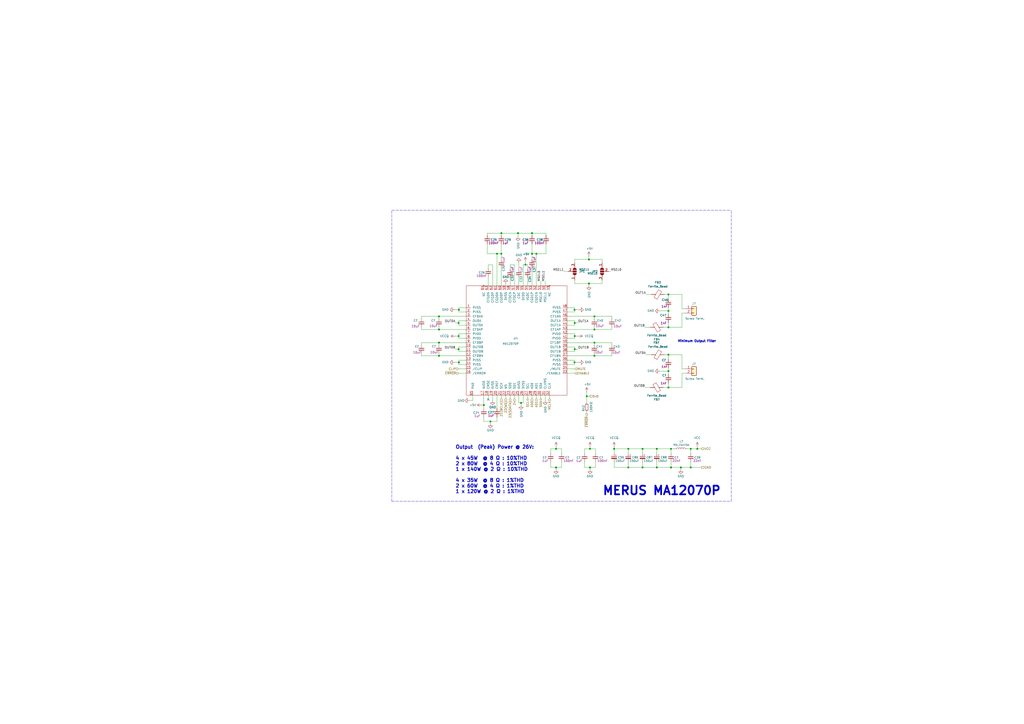
<source format=kicad_sch>
(kicad_sch (version 20211123) (generator eeschema)
  (paper "A2")
  (lib_symbols
    (symbol "Connector_Generic:Conn_01x02" (pin_names (offset 1.016) hide)
      (property "Reference" "J" (at 0 2.54 0))
      (property "Value" "Conn_01x02" (at 0 -5.08 0))
      (symbol "Conn_01x02_1_1"
        (rectangle (start -1.27 -2.413) (end 0 -2.667) (stroke (width 0.1524)))
        (rectangle (start -1.27 0.127) (end 0 -0.127) (stroke (width 0.1524)))
        (rectangle (start -1.27 1.27) (end 1.27 -3.81) (stroke (width 0.254)) (fill (type background)))
        (pin passive line (at -5.08 0 0) (length 3.81) (name "Pin_1") (number "1"))
        (pin passive line (at -5.08 -2.54 0) (length 3.81) (name "Pin_2") (number "2"))
      )
    )
    (symbol "Device:C_Polarized_Small" (pin_numbers hide) (pin_names (offset 0.254) hide)
      (property "Reference" "C" (at 0.254 1.778 0))
      (property "Value" "C_Polarized_Small" (at 0.254 -2.032 0))
      (symbol "C_Polarized_Small_0_1"
        (rectangle (start -1.524 -0.3048) (end 1.524 -0.6858) (fill (type outline)))
        (rectangle (start -1.524 0.6858) (end 1.524 0.3048))
        (polyline (pts (xy -1.27 1.524) (xy -0.762 1.524)))
        (polyline (pts (xy -1.016 1.27) (xy -1.016 1.778)))
      )
      (symbol "C_Polarized_Small_1_1"
        (pin passive line (at 0 2.54 270) (length 1.8542) (name "~") (number "1"))
        (pin passive line (at 0 -2.54 90) (length 1.8542) (name "~") (number "2"))
      )
    )
    (symbol "Device:C_Small" (pin_numbers hide) (pin_names (offset 0.254) hide)
      (property "Reference" "C" (at 0.254 1.778 0))
      (property "Value" "C_Small" (at 0.254 -2.032 0))
      (symbol "C_Small_0_1"
        (polyline (pts (xy -1.524 -0.508) (xy 1.524 -0.508)) (stroke (width 0.3302)))
        (polyline (pts (xy -1.524 0.508) (xy 1.524 0.508)) (stroke (width 0.3048)))
      )
      (symbol "C_Small_1_1"
        (pin passive line (at 0 2.54 270) (length 2.032) (name "~") (number "1"))
        (pin passive line (at 0 -2.54 90) (length 2.032) (name "~") (number "2"))
      )
    )
    (symbol "Device:Ferrite_Bead" (pin_numbers hide) (pin_names (offset 0))
      (property "Reference" "FB" (at -3.81 0.635 90))
      (property "Value" "Device_Ferrite_Bead" (at 3.81 0 90))
      (symbol "Ferrite_Bead_0_1"
        (polyline (pts (xy 0 -1.27) (xy 0 -1.2192)))
        (polyline (pts (xy 0 1.27) (xy 0 1.2954)))
        (polyline (pts (xy -2.7686 0.4064) (xy -1.7018 2.2606) (xy 2.7686 -0.3048) (xy 1.6764 -2.159) (xy -2.7686 0.4064)))
      )
      (symbol "Ferrite_Bead_1_1"
        (pin passive line (at 0 3.81 270) (length 2.54) (name "~") (number "1"))
        (pin passive line (at 0 -3.81 90) (length 2.54) (name "~") (number "2"))
      )
    )
    (symbol "Device:L" (pin_numbers hide) (pin_names (offset 1.016) hide)
      (property "Reference" "L" (at -1.27 0 90))
      (property "Value" "L" (at 1.905 0 90))
      (symbol "L_0_1"
        (arc (start 0 -2.54) (mid 0.635 -1.905) (end 0 -1.27))
        (arc (start 0 -1.27) (mid 0.635 -0.635) (end 0 0))
        (arc (start 0 0) (mid 0.635 0.635) (end 0 1.27))
        (arc (start 0 1.27) (mid 0.635 1.905) (end 0 2.54))
      )
      (symbol "L_1_1"
        (pin passive line (at 0 3.81 270) (length 1.27) (name "1") (number "1"))
        (pin passive line (at 0 -3.81 90) (length 1.27) (name "2") (number "2"))
      )
    )
    (symbol "Device:R_Small" (pin_numbers hide) (pin_names (offset 0.254) hide)
      (property "Reference" "R" (at 0.762 0.508 0))
      (property "Value" "R_Small" (at 0.762 -1.016 0))
      (symbol "R_Small_0_1"
        (rectangle (start -0.762 1.778) (end 0.762 -1.778) (stroke (width 0.2032)))
      )
      (symbol "R_Small_1_1"
        (pin passive line (at 0 2.54 270) (length 0.762) (name "~") (number "1"))
        (pin passive line (at 0 -2.54 90) (length 0.762) (name "~") (number "2"))
      )
    )
    (symbol "Jumper:SolderJumper_3_Open" (pin_names (offset 0) hide)
      (property "Reference" "JP" (at -2.54 -2.54 0))
      (property "Value" "SolderJumper_3_Open" (at 0 2.794 0))
      (symbol "SolderJumper_3_Open_0_1"
        (arc (start -1.016 1.016) (mid -2.032 0) (end -1.016 -1.016))
        (arc (start -1.016 1.016) (mid -2.032 0) (end -1.016 -1.016) (fill (type outline)))
        (rectangle (start -0.508 1.016) (end 0.508 -1.016) (fill (type outline)))
        (polyline (pts (xy -2.54 0) (xy -2.032 0)))
        (polyline (pts (xy -1.016 1.016) (xy -1.016 -1.016)))
        (polyline (pts (xy 0 -1.27) (xy 0 -1.016)))
        (polyline (pts (xy 1.016 1.016) (xy 1.016 -1.016)))
        (polyline (pts (xy 2.54 0) (xy 2.032 0)))
        (arc (start 1.016 -1.016) (mid 2.032 0) (end 1.016 1.016))
        (arc (start 1.016 -1.016) (mid 2.032 0) (end 1.016 1.016) (fill (type outline)))
      )
      (symbol "SolderJumper_3_Open_1_1"
        (pin passive line (at -5.08 0 0) (length 2.54) (name "A") (number "1"))
        (pin passive line (at 0 -3.81 90) (length 2.54) (name "C") (number "2"))
        (pin passive line (at 5.08 0 180) (length 2.54) (name "B") (number "3"))
      )
    )
    (symbol "muVoxSyms:MA12070P" (pin_names (offset 1.016))
      (property "Reference" "U" (at 10.16 -20.32 0))
      (property "Value" "MA12070P" (at 10.16 -22.86 0))
      (symbol "MA12070P_0_1"
        (rectangle (start -19.05 6.35) (end 39.37 -57.15))
      )
      (symbol "MA12070P_1_1"
        (pin input line (at -19.05 -6.35 0) (length 2.54) (name "PVSS") (number "1"))
        (pin input line (at -19.05 -29.21 0) (length 2.54) (name "OUT0B") (number "10"))
        (pin input line (at -19.05 -31.75 0) (length 2.54) (name "OUT0B") (number "11"))
        (pin input line (at -19.05 -34.29 0) (length 2.54) (name "CF0BN") (number "12"))
        (pin input line (at -19.05 -36.83 0) (length 2.54) (name "PVSS") (number "13"))
        (pin input line (at -19.05 -39.37 0) (length 2.54) (name "PVSS") (number "14"))
        (pin output line (at -19.05 -41.91 0) (length 2.54) (name "/CLIP") (number "15"))
        (pin input line (at -19.05 -44.45 0) (length 2.54) (name "/ERROR") (number "16"))
        (pin input line (at -8.89 -57.15 90) (length 2.54) (name "AVDD") (number "17"))
        (pin input line (at -6.35 -57.15 90) (length 2.54) (name "CMSE") (number "18"))
        (pin input line (at -3.81 -57.15 90) (length 2.54) (name "AVSS") (number "19"))
        (pin input line (at -19.05 -8.89 0) (length 2.54) (name "PVSS") (number "2"))
        (pin output line (at -1.27 -57.15 90) (length 2.54) (name "CREF") (number "20"))
        (pin output line (at 1.27 -57.15 90) (length 2.54) (name "SCK") (number "21"))
        (pin input line (at 3.81 -57.15 90) (length 2.54) (name "WS") (number "22"))
        (pin input line (at 6.35 -57.15 90) (length 2.54) (name "SD0") (number "23"))
        (pin input line (at 8.89 -57.15 90) (length 2.54) (name "SD1") (number "24"))
        (pin passive line (at 11.43 -57.15 90) (length 2.54) (name "AVSS") (number "25"))
        (pin passive line (at 13.97 -57.15 90) (length 2.54) (name "DVSS") (number "26"))
        (pin bidirectional line (at 16.51 -57.15 90) (length 2.54) (name "SCL") (number "27"))
        (pin input line (at 19.05 -57.15 90) (length 2.54) (name "AD0") (number "28"))
        (pin input line (at 21.59 -57.15 90) (length 2.54) (name "AD1") (number "29"))
        (pin input line (at -19.05 -11.43 0) (length 2.54) (name "CF0AN") (number "3"))
        (pin bidirectional line (at 24.13 -57.15 90) (length 2.54) (name "SDA") (number "30"))
        (pin output line (at 26.67 -57.15 90) (length 2.54) (name "CLKMS") (number "31"))
        (pin input line (at 29.21 -57.15 90) (length 2.54) (name "CLK") (number "32"))
        (pin input line (at 39.37 -44.45 180) (length 2.54) (name "/ENABLE") (number "33"))
        (pin output line (at 39.37 -41.91 180) (length 2.54) (name "/MUTE") (number "34"))
        (pin input line (at 39.37 -39.37 180) (length 2.54) (name "PVSS") (number "35"))
        (pin input line (at 39.37 -36.83 180) (length 2.54) (name "PVSS") (number "36"))
        (pin input line (at 39.37 -34.29 180) (length 2.54) (name "CF1BN") (number "37"))
        (pin output line (at 39.37 -31.75 180) (length 2.54) (name "OUT1B") (number "38"))
        (pin output line (at 39.37 -29.21 180) (length 2.54) (name "OUT1B") (number "39"))
        (pin output line (at -19.05 -13.97 0) (length 2.54) (name "OU0A") (number "4"))
        (pin input line (at 39.37 -26.67 180) (length 2.54) (name "CF1BP") (number "40"))
        (pin input line (at 39.37 -24.13 180) (length 2.54) (name "PVDD") (number "41"))
        (pin input line (at 39.37 -21.59 180) (length 2.54) (name "PVDD") (number "42"))
        (pin input line (at 39.37 -19.05 180) (length 2.54) (name "CF1AP") (number "43"))
        (pin output line (at 39.37 -16.51 180) (length 2.54) (name "OUT1A") (number "44"))
        (pin output line (at 39.37 -13.97 180) (length 2.54) (name "OUT1A") (number "45"))
        (pin input line (at 39.37 -11.43 180) (length 2.54) (name "CF1AN") (number "46"))
        (pin input line (at 39.37 -8.89 180) (length 2.54) (name "PVSS") (number "47"))
        (pin input line (at 39.37 -6.35 180) (length 2.54) (name "PVSS") (number "48"))
        (pin no_connect line (at 29.21 6.35 270) (length 2.54) (name "NC") (number "49"))
        (pin output line (at -19.05 -16.51 0) (length 2.54) (name "OUT0A") (number "5"))
        (pin bidirectional line (at 26.67 6.35 270) (length 2.54) (name "MSEL1") (number "50"))
        (pin bidirectional line (at 24.13 6.35 270) (length 2.54) (name "MSEL0") (number "51"))
        (pin input line (at 21.59 6.35 270) (length 2.54) (name "CGD1N") (number "52"))
        (pin input line (at 19.05 6.35 270) (length 2.54) (name "CGD1P") (number "53"))
        (pin bidirectional line (at 16.51 6.35 270) (length 2.54) (name "VGDC") (number "54"))
        (pin passive line (at 13.97 6.35 270) (length 2.54) (name "DVDD") (number "55"))
        (pin passive line (at 11.43 6.35 270) (length 2.54) (name "CDC") (number "56"))
        (pin input line (at 8.89 6.35 270) (length 2.54) (name "CFDCP") (number "57"))
        (pin input line (at 6.35 6.35 270) (length 2.54) (name "CFDCN") (number "58"))
        (pin input line (at 3.81 6.35 270) (length 2.54) (name "DVSS") (number "59"))
        (pin input line (at -19.05 -19.05 0) (length 2.54) (name "CF0AP") (number "6"))
        (pin output line (at 1.27 6.35 270) (length 2.54) (name "CGD0P") (number "60"))
        (pin output line (at -1.27 6.35 270) (length 2.54) (name "CGD0N") (number "61"))
        (pin input line (at -3.81 6.35 270) (length 2.54) (name "CFGDP") (number "62"))
        (pin input line (at -6.35 6.35 270) (length 2.54) (name "CFGDN") (number "63"))
        (pin no_connect line (at -8.89 6.35 270) (length 2.54) (name "NC") (number "64"))
        (pin input line (at -15.24 -57.15 90) (length 2.54) (name "PAD") (number "65"))
        (pin input line (at -19.05 -21.59 0) (length 2.54) (name "PVDD") (number "7"))
        (pin input line (at -19.05 -24.13 0) (length 2.54) (name "PVDD") (number "8"))
        (pin input line (at -19.05 -26.67 0) (length 2.54) (name "CF0BP") (number "9"))
      )
    )
    (symbol "power:+5V" (power) (pin_names (offset 0))
      (property "Value" "+5V" (at 0 3.556 0))
      (symbol "+5V_0_1"
        (polyline (pts (xy -0.762 1.27) (xy 0 2.54)))
        (polyline (pts (xy 0 0) (xy 0 2.54)))
        (polyline (pts (xy 0 2.54) (xy 0.762 1.27)))
      )
      (symbol "+5V_1_1"
        (pin power_in line (at 0 0 90) (length 0) hide (name "+5V") (number "1"))
      )
    )
    (symbol "power:GND" (power) (pin_names (offset 0))
      (property "Value" "GND" (at 0 -3.81 0))
      (symbol "GND_0_1"
        (polyline (pts (xy 0 0) (xy 0 -1.27) (xy 1.27 -1.27) (xy 0 -2.54) (xy -1.27 -1.27) (xy 0 -1.27)))
      )
      (symbol "GND_1_1"
        (pin power_in line (at 0 0 270) (length 0) hide (name "GND") (number "1"))
      )
    )
    (symbol "power:VCC" (power) (pin_names (offset 0))
      (property "Value" "VCC" (at 0 3.81 0))
      (symbol "VCC_0_1"
        (polyline (pts (xy -0.762 1.27) (xy 0 2.54)))
        (polyline (pts (xy 0 0) (xy 0 2.54)))
        (polyline (pts (xy 0 2.54) (xy 0.762 1.27)))
      )
      (symbol "VCC_1_1"
        (pin power_in line (at 0 0 90) (length 0) hide (name "VCC") (number "1"))
      )
    )
    (symbol "power:VCCQ" (power) (pin_names (offset 0))
      (property "Value" "VCCQ" (at 0 3.81 0))
      (symbol "VCCQ_0_1"
        (polyline (pts (xy -0.762 1.27) (xy 0 2.54)))
        (polyline (pts (xy 0 0) (xy 0 2.54)))
        (polyline (pts (xy 0 2.54) (xy 0.762 1.27)))
      )
      (symbol "VCCQ_1_1"
        (pin power_in line (at 0 0 90) (length 0) hide (name "VCCQ") (number "1"))
      )
    )
  )
  (junction (at 322.58 271.145))
  (junction (at 344.805 183.515))
  (junction (at 322.58 260.35))
  (junction (at 266.065 202.565))
  (junction (at 308.61 147.193))
  (junction (at 284.48 244.475))
  (junction (at 308.61 135.255))
  (junction (at 342.265 271.145))
  (junction (at 288.29 147.193))
  (junction (at 290.83 147.193))
  (junction (at 387.731 215.265))
  (junction (at 333.375 202.565))
  (junction (at 364.49 260.35))
  (junction (at 400.685 271.145))
  (junction (at 372.745 271.145))
  (junction (at 311.15 147.193))
  (junction (at 372.745 260.35))
  (junction (at 333.248 179.705))
  (junction (at 333.375 187.325))
  (junction (at 364.49 271.145))
  (junction (at 266.065 187.325))
  (junction (at 394.97 271.145))
  (junction (at 400.685 260.35))
  (junction (at 266.192 210.185))
  (junction (at 387.731 205.74))
  (junction (at 387.731 180.34))
  (junction (at 381 260.35))
  (junction (at 254.635 206.375))
  (junction (at 254.635 183.515))
  (junction (at 300.482 135.255))
  (junction (at 341.63 164.465))
  (junction (at 304.8 153.543))
  (junction (at 387.731 170.815))
  (junction (at 356.235 260.35))
  (junction (at 254.635 191.135))
  (junction (at 387.731 189.865))
  (junction (at 344.805 191.135))
  (junction (at 381 271.145))
  (junction (at 389.255 260.35))
  (junction (at 341.63 150.495))
  (junction (at 344.805 206.375))
  (junction (at 342.265 260.35))
  (junction (at 344.805 198.755))
  (junction (at 404.495 260.35))
  (junction (at 280.67 234.95))
  (junction (at 254.635 198.755))
  (junction (at 389.255 271.145))
  (junction (at 302.26 233.68))
  (junction (at 290.83 135.255))
  (junction (at 333.248 210.185))
  (junction (at 387.731 224.79))
  (junction (at 333.375 194.945))
  (junction (at 266.192 179.705))
  (junction (at 340.36 229.87))
  (junction (at 266.065 194.945))
  (no_connect (at 283.21 231.775))
  (wire (pts (xy 345.44 260.35) (xy 345.44 262.89)))
  (wire (pts (xy 381 271.145) (xy 389.255 271.145)))
  (wire (pts (xy 333.375 186.055) (xy 328.93 186.055)))
  (wire (pts (xy 340.36 238.76) (xy 340.36 240.03)))
  (wire (pts (xy 333.375 201.295) (xy 328.93 201.295)))
  (wire (pts (xy 282.702 135.255) (xy 282.702 136.525)))
  (wire (pts (xy 339.09 271.145) (xy 342.265 271.145)))
  (wire (pts (xy 342.265 271.145) (xy 342.265 272.415)))
  (wire (pts (xy 325.755 271.145) (xy 322.58 271.145)))
  (wire (pts (xy 397.51 181.61) (xy 395.605 181.61)))
  (wire (pts (xy 285.75 153.67) (xy 285.75 165.735)))
  (wire (pts (xy 285.75 232.41) (xy 285.75 229.235)))
  (wire (pts (xy 400.685 271.145) (xy 400.685 267.97)))
  (wire (pts (xy 387.731 224.79) (xy 384.81 224.79)))
  (wire (pts (xy 311.15 165.735) (xy 311.15 147.193)))
  (wire (pts (xy 254.635 205.105) (xy 254.635 206.375)))
  (wire (pts (xy 290.83 136.525) (xy 290.83 135.255)))
  (wire (pts (xy 381 262.89) (xy 381 260.35)))
  (wire (pts (xy 319.405 267.97) (xy 319.405 271.145)))
  (wire (pts (xy 270.51 188.595) (xy 266.065 188.595)))
  (wire (pts (xy 254.635 183.515) (xy 254.635 184.785)))
  (wire (pts (xy 280.67 234.95) (xy 280.67 236.855)))
  (wire (pts (xy 266.192 179.705) (xy 263.525 179.705)))
  (wire (pts (xy 300.482 135.255) (xy 308.61 135.255)))
  (wire (pts (xy 290.83 229.235) (xy 290.83 231.14)))
  (wire (pts (xy 354.965 189.865) (xy 354.965 191.135)))
  (wire (pts (xy 342.265 259.08) (xy 342.265 260.35)))
  (wire (pts (xy 387.731 205.74) (xy 395.605 205.74)))
  (wire (pts (xy 266.065 201.295) (xy 270.51 201.295)))
  (wire (pts (xy 325.755 267.97) (xy 325.755 271.145)))
  (wire (pts (xy 333.375 194.945) (xy 335.28 194.945)))
  (wire (pts (xy 244.475 198.755) (xy 244.475 200.025)))
  (wire (pts (xy 364.49 271.145) (xy 372.745 271.145)))
  (wire (pts (xy 316.738 147.193) (xy 311.15 147.193)))
  (wire (pts (xy 404.495 260.35) (xy 404.495 259.08)))
  (wire (pts (xy 308.61 165.735) (xy 308.61 155.575)))
  (polyline (pts (xy 227.33 290.83) (xy 424.18 290.83)))
  (wire (pts (xy 333.375 196.215) (xy 328.93 196.215)))
  (wire (pts (xy 374.015 224.79) (xy 377.19 224.79)))
  (wire (pts (xy 385.445 170.815) (xy 387.731 170.815)))
  (wire (pts (xy 328.93 183.515) (xy 344.805 183.515)))
  (wire (pts (xy 349.25 162.56) (xy 349.25 164.465)))
  (wire (pts (xy 254.635 206.375) (xy 244.475 206.375)))
  (wire (pts (xy 333.248 210.185) (xy 333.248 211.455)))
  (wire (pts (xy 302.26 233.68) (xy 302.26 234.95)))
  (wire (pts (xy 266.065 188.595) (xy 266.065 187.325)))
  (wire (pts (xy 308.61 150.495) (xy 308.61 147.193)))
  (wire (pts (xy 333.375 150.495) (xy 341.63 150.495)))
  (wire (pts (xy 283.21 153.67) (xy 285.75 153.67)))
  (wire (pts (xy 339.09 260.35) (xy 339.09 262.89)))
  (wire (pts (xy 319.405 260.35) (xy 319.405 262.89)))
  (wire (pts (xy 397.51 213.995) (xy 395.605 213.995)))
  (wire (pts (xy 266.065 194.945) (xy 266.065 196.215)))
  (wire (pts (xy 290.83 147.193) (xy 290.83 141.605)))
  (wire (pts (xy 266.065 202.565) (xy 264.16 202.565)))
  (wire (pts (xy 288.29 244.475) (xy 284.48 244.475)))
  (wire (pts (xy 319.405 271.145) (xy 322.58 271.145)))
  (wire (pts (xy 298.45 229.235) (xy 298.45 231.14)))
  (wire (pts (xy 319.405 260.35) (xy 322.58 260.35)))
  (wire (pts (xy 303.53 153.543) (xy 304.8 153.543)))
  (wire (pts (xy 270.51 203.835) (xy 266.065 203.835)))
  (wire (pts (xy 311.15 147.193) (xy 308.61 147.193)))
  (wire (pts (xy 333.375 202.565) (xy 333.375 201.295)))
  (wire (pts (xy 341.63 164.465) (xy 341.63 165.735)))
  (wire (pts (xy 387.731 224.79) (xy 387.731 222.25)))
  (wire (pts (xy 374.65 170.815) (xy 377.825 170.815)))
  (wire (pts (xy 288.29 147.193) (xy 290.83 147.193)))
  (wire (pts (xy 288.29 229.235) (xy 288.29 236.855)))
  (wire (pts (xy 290.83 135.255) (xy 300.482 135.255)))
  (wire (pts (xy 382.651 215.265) (xy 387.731 215.265)))
  (wire (pts (xy 372.745 260.35) (xy 372.745 262.89)))
  (wire (pts (xy 333.375 164.465) (xy 341.63 164.465)))
  (wire (pts (xy 395.605 189.865) (xy 387.731 189.865)))
  (wire (pts (xy 387.731 178.435) (xy 387.731 180.34)))
  (wire (pts (xy 266.192 210.185) (xy 263.525 210.185)))
  (wire (pts (xy 316.738 135.255) (xy 316.738 136.525)))
  (wire (pts (xy 244.475 183.515) (xy 244.475 184.785)))
  (wire (pts (xy 328.93 216.535) (xy 333.375 216.535)))
  (wire (pts (xy 364.49 260.35) (xy 364.49 262.89)))
  (wire (pts (xy 313.69 229.235) (xy 313.69 231.14)))
  (wire (pts (xy 303.53 165.735) (xy 303.53 153.543)))
  (wire (pts (xy 340.36 229.87) (xy 340.36 227.33)))
  (wire (pts (xy 387.731 215.265) (xy 387.731 217.17)))
  (wire (pts (xy 397.51 179.07) (xy 395.605 179.07)))
  (wire (pts (xy 387.731 213.36) (xy 387.731 215.265)))
  (wire (pts (xy 325.755 260.35) (xy 325.755 262.89)))
  (wire (pts (xy 266.192 179.705) (xy 266.192 180.975)))
  (wire (pts (xy 306.07 229.235) (xy 306.07 231.14)))
  (polyline (pts (xy 227.33 290.83) (xy 227.33 121.92)))
  (wire (pts (xy 302.26 233.68) (xy 303.53 233.68)))
  (wire (pts (xy 333.248 210.185) (xy 335.915 210.185)))
  (wire (pts (xy 328.93 193.675) (xy 333.375 193.675)))
  (wire (pts (xy 395.605 189.865) (xy 395.605 181.61)))
  (wire (pts (xy 328.93 178.435) (xy 333.248 178.435)))
  (wire (pts (xy 400.685 260.35) (xy 400.685 262.89)))
  (wire (pts (xy 340.36 229.87) (xy 342.265 229.87)))
  (wire (pts (xy 354.965 205.105) (xy 354.965 206.375)))
  (wire (pts (xy 333.375 193.675) (xy 333.375 194.945)))
  (wire (pts (xy 356.235 260.35) (xy 364.49 260.35)))
  (wire (pts (xy 333.248 179.705) (xy 335.915 179.705)))
  (wire (pts (xy 308.61 229.235) (xy 308.61 231.14)))
  (wire (pts (xy 395.605 179.07) (xy 395.605 170.815)))
  (wire (pts (xy 254.635 198.755) (xy 254.635 200.025)))
  (wire (pts (xy 328.93 198.755) (xy 344.805 198.755)))
  (wire (pts (xy 395.605 213.995) (xy 395.605 205.74)))
  (wire (pts (xy 288.29 165.735) (xy 288.29 147.193)))
  (wire (pts (xy 374.015 189.865) (xy 377.19 189.865)))
  (wire (pts (xy 341.63 150.495) (xy 341.63 148.59)))
  (wire (pts (xy 333.375 188.595) (xy 333.375 187.325)))
  (wire (pts (xy 254.635 183.515) (xy 244.475 183.515)))
  (wire (pts (xy 270.51 208.915) (xy 266.192 208.915)))
  (wire (pts (xy 266.192 208.915) (xy 266.192 210.185)))
  (wire (pts (xy 308.61 135.255) (xy 316.738 135.255)))
  (wire (pts (xy 304.8 153.543) (xy 306.07 153.543)))
  (wire (pts (xy 344.805 206.375) (xy 354.965 206.375)))
  (wire (pts (xy 333.248 208.915) (xy 333.248 210.185)))
  (wire (pts (xy 387.731 189.865) (xy 384.81 189.865)))
  (wire (pts (xy 328.93 208.915) (xy 333.248 208.915)))
  (wire (pts (xy 344.805 198.755) (xy 354.965 198.755)))
  (wire (pts (xy 404.495 260.35) (xy 407.035 260.35)))
  (wire (pts (xy 327.025 157.48) (xy 329.565 157.48)))
  (wire (pts (xy 340.36 229.87) (xy 340.36 233.68)))
  (wire (pts (xy 374.65 205.74) (xy 377.825 205.74)))
  (wire (pts (xy 290.83 135.255) (xy 282.702 135.255)))
  (wire (pts (xy 328.93 188.595) (xy 333.375 188.595)))
  (wire (pts (xy 290.83 165.735) (xy 290.83 155.575)))
  (wire (pts (xy 381 267.97) (xy 381 271.145)))
  (wire (pts (xy 318.77 229.235) (xy 318.77 231.14)))
  (wire (pts (xy 316.23 229.235) (xy 316.23 232.41)))
  (wire (pts (xy 356.235 259.08) (xy 356.235 260.35)))
  (wire (pts (xy 295.91 229.235) (xy 295.91 231.14)))
  (wire (pts (xy 254.635 189.865) (xy 254.635 191.135)))
  (wire (pts (xy 400.685 271.145) (xy 407.035 271.145)))
  (wire (pts (xy 282.702 141.605) (xy 282.702 147.193)))
  (wire (pts (xy 266.192 210.185) (xy 266.192 211.455)))
  (wire (pts (xy 333.248 179.705) (xy 333.248 180.975)))
  (wire (pts (xy 288.29 241.935) (xy 288.29 244.475)))
  (wire (pts (xy 295.91 156.21) (xy 295.91 153.543)))
  (wire (pts (xy 306.07 165.735) (xy 306.07 161.29)))
  (wire (pts (xy 274.32 232.283) (xy 272.288 232.283)))
  (wire (pts (xy 270.51 213.995) (xy 266.065 213.995)))
  (wire (pts (xy 244.475 205.105) (xy 244.475 206.375)))
  (wire (pts (xy 342.265 260.35) (xy 345.44 260.35)))
  (wire (pts (xy 344.805 189.865) (xy 344.805 191.135)))
  (wire (pts (xy 354.965 198.755) (xy 354.965 200.025)))
  (wire (pts (xy 298.45 153.543) (xy 298.45 165.735)))
  (wire (pts (xy 395.605 224.79) (xy 395.605 216.535)))
  (wire (pts (xy 304.8 153.543) (xy 304.8 151.765)))
  (polyline (pts (xy 424.18 290.83) (xy 424.18 121.92)))
  (wire (pts (xy 333.248 180.975) (xy 328.93 180.975)))
  (wire (pts (xy 344.805 183.515) (xy 344.805 184.785)))
  (wire (pts (xy 387.731 180.34) (xy 387.731 182.245)))
  (wire (pts (xy 274.32 229.235) (xy 274.32 232.283)))
  (wire (pts (xy 283.21 229.235) (xy 283.21 231.775)))
  (wire (pts (xy 300.99 152.4) (xy 300.99 156.21)))
  (wire (pts (xy 387.731 189.865) (xy 387.731 187.325)))
  (wire (pts (xy 389.255 260.35) (xy 391.16 260.35)))
  (wire (pts (xy 300.99 165.735) (xy 300.99 161.29)))
  (wire (pts (xy 322.58 259.08) (xy 322.58 260.35)))
  (wire (pts (xy 333.375 202.565) (xy 335.28 202.565)))
  (wire (pts (xy 293.37 229.235) (xy 293.37 231.14)))
  (wire (pts (xy 266.065 194.945) (xy 264.16 194.945)))
  (wire (pts (xy 254.635 198.755) (xy 244.475 198.755)))
  (wire (pts (xy 254.635 191.135) (xy 244.475 191.135)))
  (wire (pts (xy 270.51 191.135) (xy 254.635 191.135)))
  (wire (pts (xy 397.51 216.535) (xy 395.605 216.535)))
  (wire (pts (xy 270.51 178.435) (xy 266.192 178.435)))
  (wire (pts (xy 381 260.35) (xy 389.255 260.35)))
  (wire (pts (xy 295.91 165.735) (xy 295.91 161.29)))
  (wire (pts (xy 364.49 260.35) (xy 372.745 260.35)))
  (wire (pts (xy 333.375 203.835) (xy 333.375 202.565)))
  (wire (pts (xy 266.065 187.325) (xy 266.065 186.055)))
  (wire (pts (xy 284.48 244.475) (xy 280.67 244.475)))
  (wire (pts (xy 293.37 164.465) (xy 293.37 165.735)))
  (wire (pts (xy 308.61 136.525) (xy 308.61 135.255)))
  (wire (pts (xy 395.605 224.79) (xy 387.731 224.79)))
  (wire (pts (xy 372.745 260.35) (xy 381 260.35)))
  (wire (pts (xy 398.78 260.35) (xy 400.685 260.35)))
  (wire (pts (xy 345.44 271.145) (xy 342.265 271.145)))
  (wire (pts (xy 300.99 229.235) (xy 300.99 233.68)))
  (wire (pts (xy 400.685 260.35) (xy 404.495 260.35)))
  (wire (pts (xy 283.21 155.575) (xy 283.21 153.67)))
  (wire (pts (xy 266.192 180.975) (xy 270.51 180.975)))
  (wire (pts (xy 266.065 187.325) (xy 264.16 187.325)))
  (wire (pts (xy 356.235 267.97) (xy 356.235 271.145)))
  (wire (pts (xy 244.475 189.865) (xy 244.475 191.135)))
  (wire (pts (xy 387.731 205.74) (xy 387.731 208.28)))
  (wire (pts (xy 344.805 183.515) (xy 354.965 183.515)))
  (wire (pts (xy 333.248 178.435) (xy 333.248 179.705)))
  (wire (pts (xy 372.745 271.145) (xy 381 271.145)))
  (wire (pts (xy 394.97 271.145) (xy 400.685 271.145)))
  (wire (pts (xy 382.651 180.34) (xy 387.731 180.34)))
  (wire (pts (xy 322.58 271.145) (xy 322.58 272.415)))
  (wire (pts (xy 270.51 183.515) (xy 254.635 183.515)))
  (wire (pts (xy 333.375 187.325) (xy 335.28 187.325)))
  (wire (pts (xy 266.065 196.215) (xy 270.51 196.215)))
  (wire (pts (xy 282.702 147.193) (xy 288.29 147.193)))
  (wire (pts (xy 311.15 229.235) (xy 311.15 231.14)))
  (wire (pts (xy 349.25 150.495) (xy 349.25 152.4)))
  (wire (pts (xy 385.445 205.74) (xy 387.731 205.74)))
  (wire (pts (xy 387.731 170.815) (xy 395.605 170.815)))
  (wire (pts (xy 356.235 262.89) (xy 356.235 260.35)))
  (wire (pts (xy 354.33 157.48) (xy 353.06 157.48)))
  (wire (pts (xy 270.51 198.755) (xy 254.635 198.755)))
  (wire (pts (xy 339.09 267.97) (xy 339.09 271.145)))
  (wire (pts (xy 280.67 244.475) (xy 280.67 241.935)))
  (wire (pts (xy 345.44 267.97) (xy 345.44 271.145)))
  (wire (pts (xy 270.51 206.375) (xy 254.635 206.375)))
  (wire (pts (xy 333.248 211.455) (xy 328.93 211.455)))
  (wire (pts (xy 306.07 153.543) (xy 306.07 156.21)))
  (wire (pts (xy 266.192 211.455) (xy 270.51 211.455)))
  (wire (pts (xy 280.67 229.235) (xy 280.67 234.95)))
  (wire (pts (xy 266.065 193.675) (xy 266.065 194.945)))
  (wire (pts (xy 333.375 164.465) (xy 333.375 162.56)))
  (wire (pts (xy 316.23 163.195) (xy 316.23 165.735)))
  (wire (pts (xy 389.255 267.97) (xy 389.255 271.145)))
  (wire (pts (xy 328.93 191.135) (xy 344.805 191.135)))
  (wire (pts (xy 341.63 150.495) (xy 349.25 150.495)))
  (wire (pts (xy 300.99 233.68) (xy 302.26 233.68)))
  (wire (pts (xy 356.235 271.145) (xy 364.49 271.145)))
  (wire (pts (xy 284.48 245.745) (xy 284.48 244.475)))
  (wire (pts (xy 333.375 194.945) (xy 333.375 196.215)))
  (wire (pts (xy 279.4 234.95) (xy 280.67 234.95)))
  (polyline (pts (xy 227.33 121.92) (xy 424.18 121.92)))
  (wire (pts (xy 339.09 260.35) (xy 342.265 260.35)))
  (wire (pts (xy 387.731 170.815) (xy 387.731 173.355)))
  (wire (pts (xy 313.69 163.195) (xy 313.69 165.735)))
  (wire (pts (xy 266.065 203.835) (xy 266.065 202.565)))
  (wire (pts (xy 333.375 187.325) (xy 333.375 186.055)))
  (wire (pts (xy 316.738 141.605) (xy 316.738 147.193)))
  (wire (pts (xy 328.93 206.375) (xy 344.805 206.375)))
  (wire (pts (xy 303.53 233.68) (xy 303.53 229.235)))
  (wire (pts (xy 364.49 267.97) (xy 364.49 271.145)))
  (wire (pts (xy 349.25 164.465) (xy 341.63 164.465)))
  (wire (pts (xy 270.51 193.675) (xy 266.065 193.675)))
  (wire (pts (xy 344.805 205.105) (xy 344.805 206.375)))
  (wire (pts (xy 266.192 178.435) (xy 266.192 179.705)))
  (wire (pts (xy 372.745 267.97) (xy 372.745 271.145)))
  (wire (pts (xy 266.065 202.565) (xy 266.065 201.295)))
  (wire (pts (xy 344.805 191.135) (xy 354.965 191.135)))
  (wire (pts (xy 308.61 147.193) (xy 308.61 141.605)))
  (wire (pts (xy 270.51 216.535) (xy 266.065 216.535)))
  (wire (pts (xy 333.375 152.4) (xy 333.375 150.495)))
  (wire (pts (xy 328.93 203.835) (xy 333.375 203.835)))
  (wire (pts (xy 354.965 183.515) (xy 354.965 184.785)))
  (wire (pts (xy 394.97 272.415) (xy 394.97 271.145)))
  (wire (pts (xy 328.93 213.995) (xy 333.375 213.995)))
  (wire (pts (xy 389.255 271.145) (xy 394.97 271.145)))
  (wire (pts (xy 266.065 186.055) (xy 270.51 186.055)))
  (wire (pts (xy 290.83 150.495) (xy 290.83 147.193)))
  (wire (pts (xy 295.91 153.543) (xy 298.45 153.543)))
  (wire (pts (xy 344.805 198.755) (xy 344.805 200.025)))
  (wire (pts (xy 322.58 260.35) (xy 325.755 260.35)))
  (wire (pts (xy 300.482 137.287) (xy 300.482 135.255)))
  (wire (pts (xy 389.255 262.89) (xy 389.255 260.35)))
  (wire (pts (xy 283.21 165.735) (xy 283.21 160.655)))
  (text "MERUS MA12070P" (at 349.25 287.655 0) (effects (font (size 5.0038 5.0038) (thickness 1.0008) bold) (justify left bottom)))
  (text "Output  (Peak) Power @ 26V:\n\n4 x 45W  @ 8 Ω : 10%THD\n2 x 80W  @ 4 Ω : 10%THD\n1 x 140W @ 2 Ω : 10%THD\n\n4 x 35W  @ 8 Ω : 1%THD\n2 x 60W  @ 4 Ω : 1%THD\n1 x 120W @ 2 Ω : 1%THD" (at 264.16 286.385 0) (effects (font (size 2 2) (thickness 0.4) bold) (justify left bottom)))
  (text "Minimum Output Filter" (at 393.065 198.755 0) (effects (font (size 1.3 1.3) (thickness 0.4) bold) (justify left bottom)))
  (text "\n" (at 289.306 204.851 0) (effects (font (size 1.27 1.27)) (justify left bottom)))
  (label "MSEL1" (at 327.025 157.48 180))
  (label "OUT1B" (at 374.015 189.865 180))
  (label "MSEL0" (at 354.33 157.48 0))
  (label "OUT1A" (at 374.65 170.815 180))
  (label "OUT1B" (at 335.28 202.565 0))
  (label "OUT0B" (at 374.015 224.79 180))
  (label "OUT1A" (at 335.28 187.325 0))
  (label "MSEL0" (at 313.69 163.195 90))
  (label "MSEL1" (at 316.23 163.195 90))
  (label "OUT0A" (at 374.65 205.74 180))
  (label "OUT0B" (at 264.16 202.565 180))
  (label "OUT0A" (at 264.16 187.325 180))
  (hierarchical_label "MUTE" (shape input) (at 333.375 213.995 0))
  (hierarchical_label "AD0" (shape input) (at 308.61 231.14 270))
  (hierarchical_label "SCL" (shape bidirectional) (at 306.07 231.14 270))
  (hierarchical_label "CLIP" (shape input) (at 266.065 213.995 180))
  (hierarchical_label "~{ERROR}" (shape input) (at 266.065 216.535 180))
  (hierarchical_label "ENABLE" (shape input) (at 333.375 216.535 0))
  (hierarchical_label "21(BCLK)" (shape input) (at 290.83 231.14 270))
  (hierarchical_label "AD1" (shape input) (at 311.15 231.14 270))
  (hierarchical_label "SDA" (shape bidirectional) (at 313.69 231.14 270))
  (hierarchical_label "23(SDATA)" (shape input) (at 295.91 231.14 270))
  (hierarchical_label "~{ERROR}" (shape output) (at 340.36 240.03 270))
  (hierarchical_label "24" (shape input) (at 298.45 231.14 270))
  (hierarchical_label "VCC" (shape passive) (at 407.035 260.35 0))
  (hierarchical_label "GND" (shape passive) (at 407.035 271.145 0))
  (hierarchical_label "5v0" (shape passive) (at 342.265 229.87 0))
  (hierarchical_label "MCLK" (shape input) (at 318.77 231.14 270))
  (hierarchical_label "22(WS)" (shape input) (at 293.37 231.14 270))
  (symbol (lib_id "power:GND") (at 382.651 180.34 270) (mirror x) (unit 1)
    (property "Reference" "#PWR0135" (effects hide))
    (property "Value" "GND" (at 379.3998 180.213 90) (effects (font (size 1.2 1.2)) (justify right)))
  )
  (symbol (lib_id "power:GND") (at 300.482 137.287 0) (unit 1)
    (property "Reference" "#PWR0145" (effects hide))
    (property "Value" "GND" (at 300.609 140.5382 90) (effects (font (size 1.2 1.2)) (justify right)))
  )
  (symbol (lib_id "power:GND") (at 341.63 165.735 0) (unit 1)
    (property "Reference" "#PWR0146" (effects hide))
    (property "Value" "GND" (at 341.757 168.9862 90) (effects (font (size 1.2 1.2)) (justify right)))
  )
  (symbol (lib_id "Jumper:SolderJumper_3_Open") (at 349.25 157.48 90) (mirror x) (unit 1)
    (property "Reference" "JP2" (at 346.71 157.48 90) (effects (font (size 1.2 1.2)) (justify left)))
    (property "Value" "MSEL0" (at 346.6592 158.623 90) (effects (font (size 1.2 1.2)) (justify left)))
    (property "Footprint" "Jumper:SolderJumper-3_P1.3mm_Bridged12_RoundedPad1.0x1.5mm" (effects hide))
  )
  (symbol (lib_id "Jumper:SolderJumper_3_Open") (at 333.375 157.48 270) (mirror x) (unit 1)
    (property "Reference" "JP1" (at 335.915 157.48 90) (effects (font (size 1.2 1.2)) (justify left)))
    (property "Value" "MSEL1" (at 335.9658 156.337 90) (effects (font (size 1.2 1.2)) (justify left)))
    (property "Footprint" "Jumper:SolderJumper-3_P1.3mm_Bridged12_RoundedPad1.0x1.5mm" (effects hide))
  )
  (symbol (lib_id "muVoxSyms:MA12070P") (at 289.56 172.085 0) (unit 1)
    (property "Reference" "U4" (at 297.815 196.215 0) (effects (font (size 1.2 1.2)) (justify left)))
    (property "Value" "MA12070P" (at 291.465 199.39 0) (effects (font (size 1.2 1.2)) (justify left)))
    (property "Footprint" "Package_DFN_QFN:QFN-64-1EP_9x9mm_P0.5mm_EP5.45x5.45mm_ThermalVias" (effects hide))
  )
  (symbol (lib_id "Device:C_Polarized_Small") (at 356.235 265.43 0) (mirror y) (unit 1)
    (property "Reference" "C55" (at 362.077 265.303 0) (effects (font (size 1.2 1.2)) (justify left)))
    (property "Value" "150uF" (at 362.585 267.335 0) (effects (font (size 1.2 1.2)) (justify left)))
    (property "Footprint" "Capacitor_SMD:CP_Elec_8x10" (effects hide))
    (property "LCSC" "C38513" (effects hide))
  )
  (symbol (lib_id "Device:C_Small") (at 280.67 239.395 0) (unit 1)
    (property "Reference" "C24" (at 278.13 239.395 0) (effects (font (size 1.2 1.2)) (justify right)))
    (property "Value" "CAP_SMD_0603" (effects hide))
    (property "Footprint" "Capacitor_SMD:C_0603_1608Metric" (effects hide))
    (property "VAL" "1uF" (at 276.86 241.3 0))
    (property "LCSC" "C157684" (effects hide))
  )
  (symbol (lib_id "Device:C_Small") (at 288.29 239.395 0) (mirror y) (unit 1)
    (property "Reference" "C27" (at 282.956 239.141 0) (effects (font (size 1.2 1.2)) (justify right)))
    (property "Value" "CAP_SMD_0603" (effects hide))
    (property "Footprint" "Capacitor_SMD:C_0603_1608Metric" (effects hide))
    (property "VAL" "1uF" (at 284.861 241.046 0))
    (property "LCSC" "C157684" (effects hide))
  )
  (symbol (lib_id "power:+5V") (at 279.4 234.95 90) (unit 1)
    (property "Reference" "#PWR0129" (effects hide))
    (property "Value" "+5V" (at 274.32 234.95 90) (effects (font (size 1.2 1.2))))
  )
  (symbol (lib_id "Device:C_Small") (at 344.805 202.565 0) (mirror y) (unit 1)
    (property "Reference" "C41" (at 347.726 200.914 0) (effects (font (size 1.2 1.2))))
    (property "Value" "CAP_SMD_0805" (effects hide))
    (property "Footprint" "Capacitor_SMD:C_0805_2012Metric" (effects hide))
    (property "VAL" "10uF" (at 347.472 204.343 0))
    (property "LCSC" "C162422" (effects hide))
  )
  (symbol (lib_id "Device:C_Small") (at 354.965 202.565 0) (mirror y) (unit 1)
    (property "Reference" "C43" (at 357.632 201.041 0) (effects (font (size 1.2 1.2))))
    (property "Value" "CAP_SMD_0805" (effects hide))
    (property "Footprint" "Capacitor_SMD:C_0805_2012Metric" (effects hide))
    (property "VAL" "10uF" (at 357.505 204.47 0))
    (property "LCSC" "C162422" (effects hide))
  )
  (symbol (lib_id "Device:C_Small") (at 344.805 187.325 0) (unit 1)
    (property "Reference" "C40" (at 348.107 185.928 0) (effects (font (size 1.2 1.2))))
    (property "Value" "CAP_SMD_0805" (effects hide))
    (property "Footprint" "Capacitor_SMD:C_0805_2012Metric" (effects hide))
    (property "VAL" "10uF" (at 347.98 189.103 0))
    (property "LCSC" "C162422" (effects hide))
  )
  (symbol (lib_id "Device:C_Small") (at 354.965 187.325 0) (unit 1)
    (property "Reference" "C42" (at 358.394 185.928 0) (effects (font (size 1.2 1.2))))
    (property "Value" "CAP_SMD_0805" (effects hide))
    (property "Footprint" "Capacitor_SMD:C_0805_2012Metric" (effects hide))
    (property "VAL" "10uF" (at 358.394 189.23 0))
    (property "LCSC" "C162422" (effects hide))
  )
  (symbol (lib_id "Device:C_Small") (at 308.61 153.035 0) (unit 1)
    (property "Reference" "C37" (at 309.88 154.305 90) (effects (font (size 1.2 1.2)) (justify right)))
    (property "Value" "CAP_SMD_0603" (effects hide))
    (property "Footprint" "Capacitor_SMD:C_0603_1608Metric" (effects hide))
    (property "VAL" "1uF" (at 309.88 150.495 90))
    (property "LCSC" "C157684" (effects hide))
  )
  (symbol (lib_id "Device:C_Small") (at 306.07 158.75 0) (unit 1)
    (property "Reference" "C34" (at 307.34 160.02 90) (effects (font (size 1.2 1.2)) (justify right)))
    (property "Value" "CAP_SMD_0603" (effects hide))
    (property "Footprint" "Capacitor_SMD:C_0603_1608Metric" (effects hide))
    (property "VAL" "1uF" (at 307.34 156.21 90))
    (property "LCSC" "C157684" (effects hide))
  )
  (symbol (lib_id "Device:C_Small") (at 295.91 158.75 0) (unit 1)
    (property "Reference" "C31" (at 297.18 159.385 90) (effects (font (size 1.2 1.2)) (justify right)))
    (property "Value" "CAP_SMD_0603" (effects hide))
    (property "Footprint" "Capacitor_SMD:C_0603_1608Metric" (effects hide))
    (property "VAL" "1uF" (at 297.18 156.21 90))
    (property "LCSC" "C157684" (effects hide))
  )
  (symbol (lib_id "Device:C_Small") (at 300.99 158.75 0) (unit 1)
    (property "Reference" "C33" (at 302.26 160.02 90) (effects (font (size 1.2 1.2)) (justify right)))
    (property "Value" "CAP_SMD_0603" (effects hide))
    (property "Footprint" "Capacitor_SMD:C_0603_1608Metric" (effects hide))
    (property "VAL" "1uF" (at 302.26 156.21 90))
    (property "LCSC" "C157684" (effects hide))
  )
  (symbol (lib_id "Device:C_Small") (at 308.61 139.065 0) (unit 1)
    (property "Reference" "C36" (at 306.705 139.065 0) (effects (font (size 1.2 1.2)) (justify right)))
    (property "Value" "CAP_SMD_0805" (effects hide))
    (property "Footprint" "Capacitor_SMD:C_0805_2012Metric" (effects hide))
    (property "VAL" "1uF" (at 306.705 140.97 0) (effects (justify right)))
    (property "LCSC" "C318694" (effects hide))
  )
  (symbol (lib_id "Device:C_Small") (at 316.738 139.065 0) (unit 1)
    (property "Reference" "C38" (at 314.96 139.065 0) (effects (font (size 1.2 1.2)) (justify right)))
    (property "Value" "CAP_SMD_0603" (effects hide))
    (property "Footprint" "Capacitor_SMD:C_0603_1608Metric" (effects hide))
    (property "VAL" "100nF" (at 313.055 140.97 0))
    (property "LCSC" "C30926" (effects hide))
  )
  (symbol (lib_id "Device:C_Small") (at 290.83 153.035 0) (mirror x) (unit 1)
    (property "Reference" "C30" (at 292.1 157.48 90) (effects (font (size 1.2 1.2)) (justify right)))
    (property "Value" "CAP_SMD_0603" (effects hide))
    (property "Footprint" "Capacitor_SMD:C_0603_1608Metric" (effects hide))
    (property "VAL" "1uF" (at 292.1 150.495 90))
    (property "LCSC" "C157684" (effects hide))
  )
  (symbol (lib_id "Device:C_Small") (at 290.83 139.065 180) (unit 1)
    (property "Reference" "C29" (at 292.735 139.065 0) (effects (font (size 1.2 1.2)) (justify right)))
    (property "Value" "CAP_SMD_0805" (effects hide))
    (property "Footprint" "Capacitor_SMD:C_0805_2012Metric" (effects hide))
    (property "VAL" "1uF" (at 291.338 140.97 0) (effects (justify right)))
    (property "LCSC" "C318694" (effects hide))
  )
  (symbol (lib_id "Device:C_Small") (at 282.702 139.065 0) (mirror x) (unit 1)
    (property "Reference" "C25" (at 288.29 139.065 0) (effects (font (size 1.2 1.2)) (justify right)))
    (property "Value" "CAP_SMD_0603" (effects hide))
    (property "Footprint" "Capacitor_SMD:C_0603_1608Metric" (effects hide))
    (property "VAL" "100nF" (at 286.385 140.97 0))
    (property "LCSC" "C30926" (effects hide))
  )
  (symbol (lib_id "Device:C_Small") (at 283.21 158.115 0) (unit 1)
    (property "Reference" "C26" (at 281.305 158.115 0) (effects (font (size 1.2 1.2)) (justify right)))
    (property "Value" "CAP_SMD_0603" (effects hide))
    (property "Footprint" "Capacitor_SMD:C_0603_1608Metric" (effects hide))
    (property "VAL" "100nF" (at 279.4 160.02 0))
    (property "LCSC" "C30926" (effects hide))
  )
  (symbol (lib_id "Device:C_Small") (at 400.685 265.43 0) (unit 1)
    (property "Reference" "C39" (at 406.4 265.43 0) (effects (font (size 1.2 1.2)) (justify right)))
    (property "Value" "CAP_SMD_0603" (effects hide))
    (property "Footprint" "Capacitor_SMD:C_0603_1608Metric" (effects hide))
    (property "VAL" "22nF" (at 404.495 267.335 0))
    (property "LCSC" "C21122" (effects hide))
  )
  (symbol (lib_id "Device:C_Small") (at 387.731 184.785 0) (mirror x) (unit 1)
    (property "Reference" "C47" (at 386.588 182.88 0) (effects (font (size 1.2 1.2)) (justify right)))
    (property "Value" "CAP_SMD_0603" (effects hide))
    (property "Footprint" "Capacitor_SMD:C_0603_1608Metric" (effects hide))
    (property "VAL" "1nF" (at 384.937 187.452 0))
    (property "LCSC" "C44369" (effects hide))
  )
  (symbol (lib_id "Device:C_Small") (at 387.731 175.895 0) (mirror y) (unit 1)
    (property "Reference" "C46" (at 383.921 173.99 0) (effects (font (size 1.2 1.2)) (justify right)))
    (property "Value" "CAP_SMD_0603" (effects hide))
    (property "Footprint" "Capacitor_SMD:C_0603_1608Metric" (effects hide))
    (property "VAL" "1nF" (at 385.445 177.8 0))
    (property "LCSC" "C44369" (effects hide))
  )
  (symbol (lib_id "Device:Ferrite_Bead") (at 381 189.865 90) (mirror x) (unit 1)
    (property "Reference" "FB4" (at 381 196.8246 90) (effects (font (size 1.2 1.2))))
    (property "Value" "Ferrite_Bead" (at 381 194.5132 90) (effects (font (size 1.2 1.2))))
    (property "Footprint" "Capacitor_SMD:C_1206_3216Metric" (effects hide))
    (property "Mouser" "623-2512065007Y6" (effects hide))
  )
  (symbol (lib_id "Device:Ferrite_Bead") (at 381.635 170.815 90) (unit 1)
    (property "Reference" "FB3" (at 381.635 163.8554 90) (effects (font (size 1.2 1.2))))
    (property "Value" "Ferrite_Bead" (at 381.635 166.1668 90) (effects (font (size 1.2 1.2))))
    (property "Footprint" "Capacitor_SMD:C_1206_3216Metric" (effects hide))
    (property "Mouser" "623-2512065007Y6" (effects hide))
  )
  (symbol (lib_id "Connector_Generic:Conn_01x02") (at 402.59 179.07 0) (unit 1)
    (property "Reference" "J7" (at 401.447 176.149 0) (effects (font (size 1.2 1.2)) (justify left)))
    (property "Value" "Screw Term." (at 397.51 184.785 0) (effects (font (size 1.2 1.2)) (justify left)))
    (property "Footprint" "Lib:Phoenix1989447" (effects hide))
    (property "Digikey" "277-16667-ND" (effects hide))
  )
  (symbol (lib_id "power:GND") (at 300.99 152.4 180) (unit 1)
    (property "Reference" "#PWR?" (effects hide))
    (property "Value" "GND" (at 299.085 147.955 0) (effects (font (size 1.2 1.2)) (justify right)))
  )
  (symbol (lib_id "power:VCCQ") (at 356.235 259.08 0) (unit 1)
    (property "Reference" "#PWR0197" (effects hide))
    (property "Value" "VCCQ" (at 356.235 254 0))
  )
  (symbol (lib_id "power:VCCQ") (at 264.16 194.945 90) (mirror x) (unit 1)
    (property "Reference" "#PWR?" (effects hide))
    (property "Value" "VCCQ" (at 260.35 194.9449 90) (effects (justify left)))
  )
  (symbol (lib_id "power:GND") (at 285.75 232.41 0) (unit 1)
    (property "Reference" "#PWR?" (effects hide))
    (property "Value" "GND" (at 285.75 236.22 0))
  )
  (symbol (lib_id "Device:C_Polarized_Small") (at 372.745 265.43 0) (mirror y) (unit 1)
    (property "Reference" "C87" (at 378.587 265.303 0) (effects (font (size 1.2 1.2)) (justify left)))
    (property "Value" "150uF" (at 379.095 267.335 0) (effects (font (size 1.2 1.2)) (justify left)))
    (property "Footprint" "Capacitor_SMD:CP_Elec_8x10" (effects hide))
    (property "LCSC" "C38513" (effects hide))
  )
  (symbol (lib_id "power:GND") (at 394.97 272.415 0) (unit 1)
    (property "Reference" "#PWR?" (effects hide))
    (property "Value" "GND" (at 396.875 276.225 0) (effects (font (size 1.2 1.2)) (justify right)))
  )
  (symbol (lib_id "Device:C_Small") (at 254.635 187.325 0) (mirror y) (unit 1)
    (property "Reference" "C?" (at 251.333 185.928 0) (effects (font (size 1.2 1.2))))
    (property "Value" "CAP_SMD_0805" (effects hide))
    (property "Footprint" "Capacitor_SMD:C_0805_2012Metric" (effects hide))
    (property "VAL" "10uF" (at 251.46 189.103 0))
    (property "LCSC" "C162422" (effects hide))
  )
  (symbol (lib_id "Device:C_Polarized_Small") (at 381 265.43 0) (mirror y) (unit 1)
    (property "Reference" "C88" (at 386.842 265.303 0) (effects (font (size 1.2 1.2)) (justify left)))
    (property "Value" "150uF" (at 387.35 267.335 0) (effects (font (size 1.2 1.2)) (justify left)))
    (property "Footprint" "Capacitor_SMD:CP_Elec_8x10" (effects hide))
    (property "LCSC" "C38513" (effects hide))
  )
  (symbol (lib_id "power:GND") (at 335.915 179.705 90) (unit 1)
    (property "Reference" "#PWR0190" (effects hide))
    (property "Value" "GND" (at 339.1662 179.578 90) (effects (font (size 1.2 1.2)) (justify right)))
  )
  (symbol (lib_id "Device:C_Small") (at 325.755 265.43 0) (unit 1)
    (property "Reference" "C?" (at 330.2 265.43 0) (effects (font (size 1.2 1.2)) (justify right)))
    (property "Value" "CAP_SMD_0603" (effects hide))
    (property "Footprint" "Capacitor_SMD:C_0603_1608Metric" (effects hide))
    (property "VAL" "100nF" (at 329.819 267.335 0))
    (property "LCSC" "C30926" (effects hide))
  )
  (symbol (lib_id "Device:R_Small") (at 340.36 236.22 0) (mirror y) (unit 1)
    (property "Reference" "R42" (at 338.455 234.95 90) (effects (font (size 1.2 1.2)) (justify right)))
    (property "Value" "100KΩ" (at 342.9 233.045 90) (effects (font (size 1.2 1.2)) (justify right)))
    (property "Footprint" "Resistor_SMD:R_0603_1608Metric" (effects hide))
    (property "LCSC" "C25803" (effects hide))
  )
  (symbol (lib_id "Device:C_Small") (at 319.405 265.43 0) (unit 1)
    (property "Reference" "C?" (at 317.119 265.43 0) (effects (font (size 1.2 1.2)) (justify right)))
    (property "Value" "CAP_SMD_0805" (effects hide))
    (property "Footprint" "Capacitor_SMD:C_0805_2012Metric" (effects hide))
    (property "VAL" "1uF" (at 318.135 267.335 0) (effects (justify right)))
    (property "LCSC" "C318694" (effects hide))
  )
  (symbol (lib_id "Device:Ferrite_Bead") (at 381.635 205.74 90) (unit 1)
    (property "Reference" "FB?" (at 380.746 198.755 90) (effects (font (size 1.2 1.2))))
    (property "Value" "Ferrite_Bead" (at 381.635 201.0918 90) (effects (font (size 1.2 1.2))))
    (property "Footprint" "Capacitor_SMD:C_1206_3216Metric" (effects hide))
    (property "Mouser" "623-2512065007Y6" (effects hide))
  )
  (symbol (lib_id "Device:C_Small") (at 387.731 219.71 0) (mirror x) (unit 1)
    (property "Reference" "C?" (at 386.588 217.805 0) (effects (font (size 1.2 1.2)) (justify right)))
    (property "Value" "CAP_SMD_0603" (effects hide))
    (property "Footprint" "Capacitor_SMD:C_0603_1608Metric" (effects hide))
    (property "VAL" "1nF" (at 384.937 222.377 0))
    (property "LCSC" "C44369" (effects hide))
  )
  (symbol (lib_id "Device:Ferrite_Bead") (at 381 224.79 90) (mirror x) (unit 1)
    (property "Reference" "FB?" (at 381 231.7496 90) (effects (font (size 1.2 1.2))))
    (property "Value" "Ferrite_Bead" (at 381 229.4382 90) (effects (font (size 1.2 1.2))))
    (property "Footprint" "Capacitor_SMD:C_1206_3216Metric" (effects hide))
    (property "Mouser" "623-2512065007Y6" (effects hide))
  )
  (symbol (lib_id "Device:C_Small") (at 389.255 265.43 0) (mirror y) (unit 1)
    (property "Reference" "C?" (at 391.16 265.43 0) (effects (font (size 1.2 1.2)) (justify right)))
    (property "Value" "CAP_SMD_0603" (effects hide))
    (property "Footprint" "Capacitor_SMD:C_0603_1608Metric" (effects hide))
    (property "VAL" "22nF" (at 392.43 267.335 0))
    (property "LCSC" "C21122" (effects hide))
  )
  (symbol (lib_id "power:GND") (at 263.525 179.705 270) (mirror x) (unit 1)
    (property "Reference" "#PWR?" (effects hide))
    (property "Value" "GND" (at 260.2738 179.578 90) (effects (font (size 1.2 1.2)) (justify right)))
  )
  (symbol (lib_id "power:GND") (at 302.26 234.95 0) (unit 1)
    (property "Reference" "#PWR0184" (effects hide))
    (property "Value" "GND" (at 302.387 238.2012 90) (effects (font (size 1.2 1.2)) (justify right)))
  )
  (symbol (lib_id "power:GND") (at 342.265 272.415 0) (unit 1)
    (property "Reference" "#PWR?" (effects hide))
    (property "Value" "GND" (at 344.17 276.225 0) (effects (font (size 1.2 1.2)) (justify right)))
  )
  (symbol (lib_id "Device:C_Small") (at 254.635 202.565 0) (unit 1)
    (property "Reference" "C?" (at 251.714 200.914 0) (effects (font (size 1.2 1.2))))
    (property "Value" "CAP_SMD_0805" (effects hide))
    (property "Footprint" "Capacitor_SMD:C_0805_2012Metric" (effects hide))
    (property "VAL" "10uF" (at 251.968 204.343 0))
    (property "LCSC" "C162422" (effects hide))
  )
  (symbol (lib_id "power:+5V") (at 304.8 151.765 0) (unit 1)
    (property "Reference" "#PWR0185" (effects hide))
    (property "Value" "+5V" (at 305.181 147.3708 0) (effects (font (size 1.2 1.2))))
  )
  (symbol (lib_id "power:GND") (at 322.58 272.415 0) (unit 1)
    (property "Reference" "#PWR?" (effects hide))
    (property "Value" "GND" (at 324.485 276.225 0) (effects (font (size 1.2 1.2)) (justify right)))
  )
  (symbol (lib_id "Device:C_Small") (at 387.731 210.82 0) (mirror y) (unit 1)
    (property "Reference" "C?" (at 383.921 208.915 0) (effects (font (size 1.2 1.2)) (justify right)))
    (property "Value" "CAP_SMD_0603" (effects hide))
    (property "Footprint" "Capacitor_SMD:C_0603_1608Metric" (effects hide))
    (property "VAL" "1nF" (at 385.445 212.725 0))
    (property "LCSC" "C44369" (effects hide))
  )
  (symbol (lib_id "Device:C_Small") (at 244.475 187.325 0) (mirror y) (unit 1)
    (property "Reference" "C?" (at 241.046 185.928 0) (effects (font (size 1.2 1.2))))
    (property "Value" "CAP_SMD_0805" (effects hide))
    (property "Footprint" "Capacitor_SMD:C_0805_2012Metric" (effects hide))
    (property "VAL" "10uF" (at 241.046 189.23 0))
    (property "LCSC" "C162422" (effects hide))
  )
  (symbol (lib_id "Device:C_Polarized_Small") (at 364.49 265.43 0) (mirror y) (unit 1)
    (property "Reference" "C86" (at 370.332 265.303 0) (effects (font (size 1.2 1.2)) (justify left)))
    (property "Value" "150uF" (at 370.84 267.335 0) (effects (font (size 1.2 1.2)) (justify left)))
    (property "Footprint" "Capacitor_SMD:CP_Elec_8x10" (effects hide))
    (property "LCSC" "C38513" (effects hide))
  )
  (symbol (lib_id "power:GND") (at 382.651 215.265 270) (mirror x) (unit 1)
    (property "Reference" "#PWR?" (effects hide))
    (property "Value" "GND" (at 379.3998 215.138 90) (effects (font (size 1.2 1.2)) (justify right)))
  )
  (symbol (lib_id "power:GND") (at 293.37 164.465 180) (unit 1)
    (property "Reference" "#PWR?" (effects hide))
    (property "Value" "GND" (at 291.465 160.655 0) (effects (font (size 1.2 1.2)) (justify right)))
  )
  (symbol (lib_id "power:VCC") (at 404.495 259.08 0) (unit 1)
    (property "Reference" "#PWR0201" (effects hide))
    (property "Value" "VCC" (at 404.495 254 0))
  )
  (symbol (lib_id "power:GND") (at 284.48 245.745 0) (unit 1)
    (property "Reference" "#PWR?" (effects hide))
    (property "Value" "GND" (at 284.48 249.555 0))
  )
  (symbol (lib_id "Device:C_Small") (at 244.475 202.565 0) (unit 1)
    (property "Reference" "C?" (at 241.808 201.041 0) (effects (font (size 1.2 1.2))))
    (property "Value" "CAP_SMD_0805" (effects hide))
    (property "Footprint" "Capacitor_SMD:C_0805_2012Metric" (effects hide))
    (property "VAL" "10uF" (at 241.935 204.47 0))
    (property "LCSC" "C162422" (effects hide))
  )
  (symbol (lib_id "Device:L") (at 394.97 260.35 270) (mirror x) (unit 1)
    (property "Reference" "L?" (at 395.224 256.032 90) (effects (font (size 1.2 1.2))))
    (property "Value" "MA_Ferrite" (at 395.224 258.064 90) (effects (font (size 1.2 1.2))))
    (property "Footprint" "Lib:MA_Ferrite" (effects hide))
    (property "Mouser" "623-2743019447LF" (effects hide))
  )
  (symbol (lib_id "power:GND") (at 335.915 210.185 90) (unit 1)
    (property "Reference" "#PWR?" (effects hide))
    (property "Value" "GND" (at 339.1662 210.058 90) (effects (font (size 1.2 1.2)) (justify right)))
  )
  (symbol (lib_id "power:GND") (at 316.23 232.41 0) (unit 1)
    (property "Reference" "#PWR0186" (effects hide))
    (property "Value" "GND" (at 316.357 235.6612 90) (effects (font (size 1.2 1.2)) (justify right)))
  )
  (symbol (lib_id "power:GND") (at 272.288 232.283 270) (unit 1)
    (property "Reference" "#PWR?" (effects hide))
    (property "Value" "GND" (at 265.43 232.41 90) (effects (justify left)))
  )
  (symbol (lib_id "Device:C_Small") (at 339.09 265.43 0) (unit 1)
    (property "Reference" "C?" (at 336.804 265.43 0) (effects (font (size 1.2 1.2)) (justify right)))
    (property "Value" "CAP_SMD_0805" (effects hide))
    (property "Footprint" "Capacitor_SMD:C_0805_2012Metric" (effects hide))
    (property "VAL" "1uF" (at 337.82 267.335 0) (effects (justify right)))
    (property "LCSC" "C318694" (effects hide))
  )
  (symbol (lib_id "power:VCCQ") (at 322.58 259.08 0) (unit 1)
    (property "Reference" "#PWR?" (effects hide))
    (property "Value" "VCCQ" (at 322.58 254 0))
  )
  (symbol (lib_id "power:VCCQ") (at 335.28 194.945 270) (unit 1)
    (property "Reference" "#PWR?" (effects hide))
    (property "Value" "VCCQ" (at 339.09 194.9449 90) (effects (justify left)))
  )
  (symbol (lib_id "Connector_Generic:Conn_01x02") (at 402.59 213.995 0) (unit 1)
    (property "Reference" "J?" (at 401.447 211.074 0) (effects (font (size 1.2 1.2)) (justify left)))
    (property "Value" "Screw Term." (at 397.51 219.71 0) (effects (font (size 1.2 1.2)) (justify left)))
    (property "Footprint" "Lib:Phoenix1989447" (effects hide))
    (property "Digikey" "277-16667-ND" (effects hide))
  )
  (symbol (lib_id "power:GND") (at 263.525 210.185 270) (mirror x) (unit 1)
    (property "Reference" "#PWR?" (effects hide))
    (property "Value" "GND" (at 260.2738 210.058 90) (effects (font (size 1.2 1.2)) (justify right)))
  )
  (symbol (lib_id "power:VCCQ") (at 342.265 259.08 0) (unit 1)
    (property "Reference" "#PWR?" (effects hide))
    (property "Value" "VCCQ" (at 342.265 254 0))
  )
  (symbol (lib_id "Device:C_Small") (at 345.44 265.43 0) (unit 1)
    (property "Reference" "C?" (at 349.885 265.43 0) (effects (font (size 1.2 1.2)) (justify right)))
    (property "Value" "CAP_SMD_0603" (effects hide))
    (property "Footprint" "Capacitor_SMD:C_0603_1608Metric" (effects hide))
    (property "VAL" "100nF" (at 349.504 267.335 0))
    (property "LCSC" "C30926" (effects hide))
  )
  (symbol (lib_id "power:+5V") (at 341.63 148.59 0) (unit 1)
    (property "Reference" "#PWR0193" (effects hide))
    (property "Value" "+5V" (at 342.011 144.1958 0) (effects (font (size 1.2 1.2))))
  )
  (symbol (lib_id "power:+5V") (at 340.36 227.33 0) (unit 1)
    (property "Reference" "#PWR?" (effects hide))
    (property "Value" "+5V" (at 340.741 222.9358 0) (effects (font (size 1.2 1.2))))
  )
)
</source>
